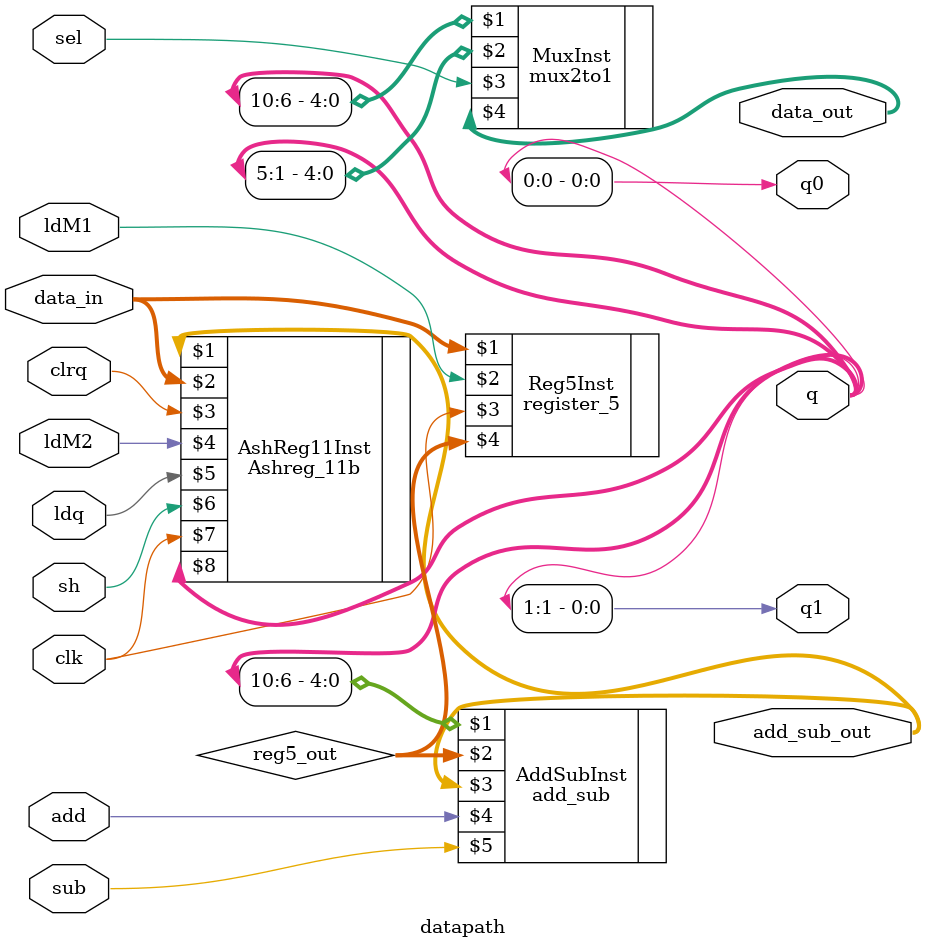
<source format=v>

module datapath (data_in, clk, ldM1, ldM2, ldq, clrq, sh, add, sub, sel, q1, q0, data_out, q, add_sub_out); //ldM2=init   //test
  input [4:0] data_in;
  input clk, ldM1, ldM2, ldq, clrq, sh, add, sub, sel;
  output q1, q0; 
  output [4:0] data_out, add_sub_out;   //test
  output [10:0] q;   //test
  
  wire [10:0] q;
  wire [4:0] reg5_out, add_sub_out;
  
  register_5 Reg5Inst (data_in, ldM1, clk, reg5_out);
  
  add_sub AddSubInst (q[10:6], reg5_out, add_sub_out, add, sub);

  Ashreg_11b AshReg11Inst (add_sub_out, data_in, clrq, ldM2, ldq, sh, clk, q);
    
  mux2to1 MuxInst (q[10:6], q[5:1], sel, data_out);

  assign {q1,q0} = q[1:0];
  
endmodule  


</source>
